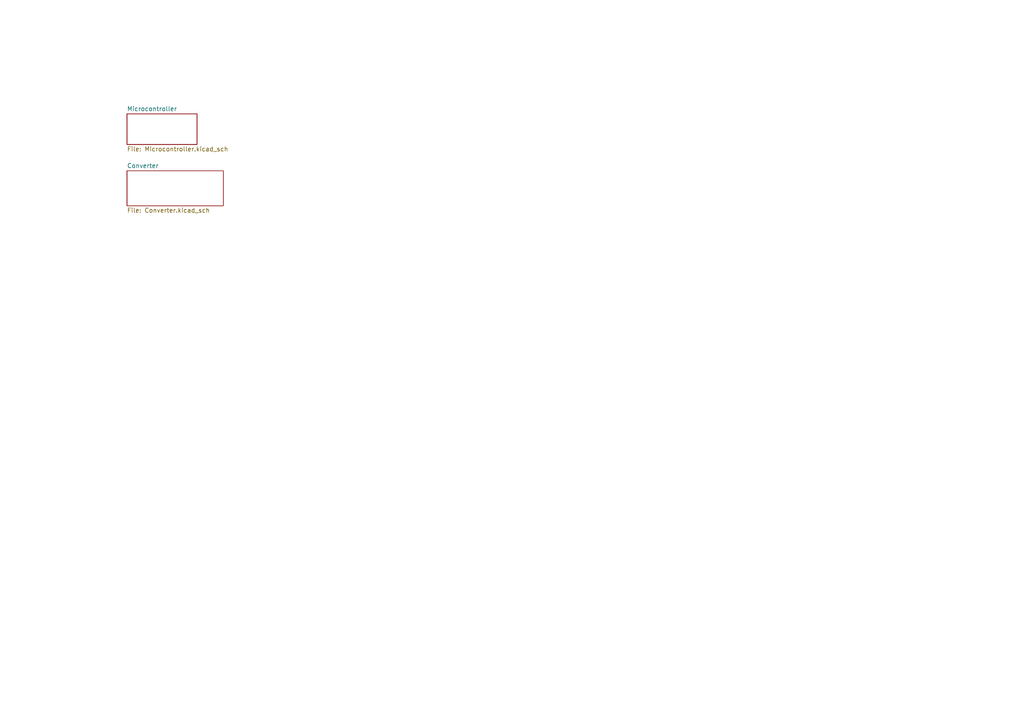
<source format=kicad_sch>
(kicad_sch
	(version 20231120)
	(generator "eeschema")
	(generator_version "8.0")
	(uuid "e5771ea0-f106-4b1c-9531-189f5725062b")
	(paper "A4")
	(lib_symbols)
	(sheet
		(at 36.83 33.02)
		(size 20.32 8.89)
		(fields_autoplaced yes)
		(stroke
			(width 0.1524)
			(type solid)
		)
		(fill
			(color 0 0 0 0.0000)
		)
		(uuid "1c1be91e-b9b6-4767-b4a3-64867bdbc875")
		(property "Sheetname" "Microcontroller"
			(at 36.83 32.3084 0)
			(effects
				(font
					(size 1.27 1.27)
				)
				(justify left bottom)
			)
		)
		(property "Sheetfile" "Microcontroller.kicad_sch"
			(at 36.83 42.4946 0)
			(effects
				(font
					(size 1.27 1.27)
				)
				(justify left top)
			)
		)
		(instances
			(project "BidirectionalSupply"
				(path "/e5771ea0-f106-4b1c-9531-189f5725062b"
					(page "2")
				)
			)
		)
	)
	(sheet
		(at 36.83 49.53)
		(size 27.94 10.16)
		(fields_autoplaced yes)
		(stroke
			(width 0.1524)
			(type solid)
		)
		(fill
			(color 0 0 0 0.0000)
		)
		(uuid "d5ee1f61-f823-41e8-bbc3-367cca9f3789")
		(property "Sheetname" "Converter"
			(at 36.83 48.8184 0)
			(effects
				(font
					(size 1.27 1.27)
				)
				(justify left bottom)
			)
		)
		(property "Sheetfile" "Converter.kicad_sch"
			(at 36.83 60.2746 0)
			(effects
				(font
					(size 1.27 1.27)
				)
				(justify left top)
			)
		)
		(instances
			(project "BidirectionalSupply"
				(path "/e5771ea0-f106-4b1c-9531-189f5725062b"
					(page "3")
				)
			)
		)
	)
	(sheet_instances
		(path "/"
			(page "1")
		)
	)
)

</source>
